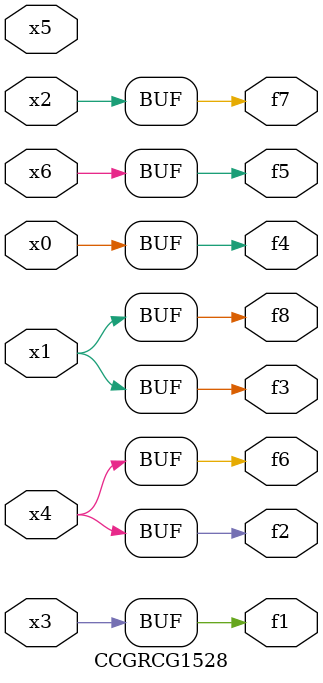
<source format=v>
module CCGRCG1528(
	input x0, x1, x2, x3, x4, x5, x6,
	output f1, f2, f3, f4, f5, f6, f7, f8
);
	assign f1 = x3;
	assign f2 = x4;
	assign f3 = x1;
	assign f4 = x0;
	assign f5 = x6;
	assign f6 = x4;
	assign f7 = x2;
	assign f8 = x1;
endmodule

</source>
